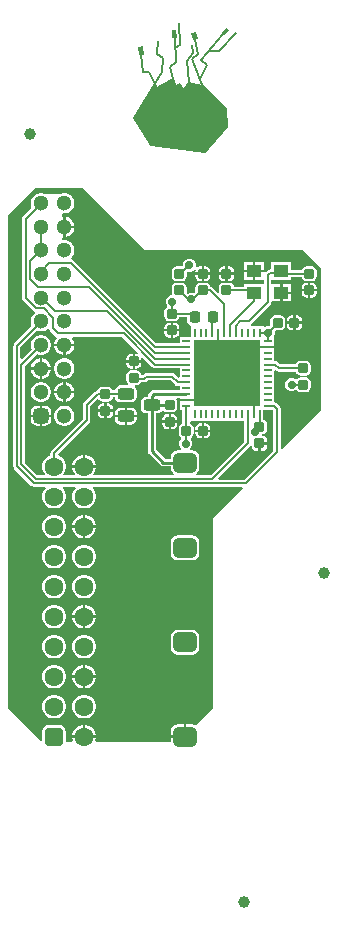
<source format=gtl>
G04*
G04 #@! TF.GenerationSoftware,Altium Limited,Altium Designer,23.3.1 (30)*
G04*
G04 Layer_Physical_Order=1*
G04 Layer_Color=255*
%FSLAX44Y44*%
%MOMM*%
G71*
G04*
G04 #@! TF.SameCoordinates,2179DA4C-5F9F-4515-A9C7-B5EE9FB9D995*
G04*
G04*
G04 #@! TF.FilePolarity,Positive*
G04*
G01*
G75*
%ADD10C,0.2500*%
%ADD11C,0.2000*%
%ADD13C,0.1656*%
%ADD17R,0.7000X0.2490*%
%ADD18R,0.2490X0.7000*%
G04:AMPARAMS|DCode=19|XSize=1mm|YSize=1.4mm|CornerRadius=0.25mm|HoleSize=0mm|Usage=FLASHONLY|Rotation=270.000|XOffset=0mm|YOffset=0mm|HoleType=Round|Shape=RoundedRectangle|*
%AMROUNDEDRECTD19*
21,1,1.0000,0.9000,0,0,270.0*
21,1,0.5000,1.4000,0,0,270.0*
1,1,0.5000,-0.4500,-0.2500*
1,1,0.5000,-0.4500,0.2500*
1,1,0.5000,0.4500,0.2500*
1,1,0.5000,0.4500,-0.2500*
%
%ADD19ROUNDEDRECTD19*%
G04:AMPARAMS|DCode=20|XSize=0.85mm|YSize=0.85mm|CornerRadius=0.2125mm|HoleSize=0mm|Usage=FLASHONLY|Rotation=0.000|XOffset=0mm|YOffset=0mm|HoleType=Round|Shape=RoundedRectangle|*
%AMROUNDEDRECTD20*
21,1,0.8500,0.4250,0,0,0.0*
21,1,0.4250,0.8500,0,0,0.0*
1,1,0.4250,0.2125,-0.2125*
1,1,0.4250,-0.2125,-0.2125*
1,1,0.4250,-0.2125,0.2125*
1,1,0.4250,0.2125,0.2125*
%
%ADD20ROUNDEDRECTD20*%
G04:AMPARAMS|DCode=21|XSize=0.9mm|YSize=0.97mm|CornerRadius=0.225mm|HoleSize=0mm|Usage=FLASHONLY|Rotation=180.000|XOffset=0mm|YOffset=0mm|HoleType=Round|Shape=RoundedRectangle|*
%AMROUNDEDRECTD21*
21,1,0.9000,0.5200,0,0,180.0*
21,1,0.4500,0.9700,0,0,180.0*
1,1,0.4500,-0.2250,0.2600*
1,1,0.4500,0.2250,0.2600*
1,1,0.4500,0.2250,-0.2600*
1,1,0.4500,-0.2250,-0.2600*
%
%ADD21ROUNDEDRECTD21*%
G04:AMPARAMS|DCode=22|XSize=0.85mm|YSize=0.85mm|CornerRadius=0.2125mm|HoleSize=0mm|Usage=FLASHONLY|Rotation=270.000|XOffset=0mm|YOffset=0mm|HoleType=Round|Shape=RoundedRectangle|*
%AMROUNDEDRECTD22*
21,1,0.8500,0.4250,0,0,270.0*
21,1,0.4250,0.8500,0,0,270.0*
1,1,0.4250,-0.2125,-0.2125*
1,1,0.4250,-0.2125,0.2125*
1,1,0.4250,0.2125,0.2125*
1,1,0.4250,0.2125,-0.2125*
%
%ADD22ROUNDEDRECTD22*%
%ADD23R,1.3000X1.0500*%
%ADD39C,1.0000*%
%ADD40R,5.6000X5.6000*%
G04:AMPARAMS|DCode=41|XSize=1.7mm|YSize=2mm|CornerRadius=0.425mm|HoleSize=0mm|Usage=FLASHONLY|Rotation=90.000|XOffset=0mm|YOffset=0mm|HoleType=Round|Shape=RoundedRectangle|*
%AMROUNDEDRECTD41*
21,1,1.7000,1.1500,0,0,90.0*
21,1,0.8500,2.0000,0,0,90.0*
1,1,0.8500,0.5750,0.4250*
1,1,0.8500,0.5750,-0.4250*
1,1,0.8500,-0.5750,-0.4250*
1,1,0.8500,-0.5750,0.4250*
%
%ADD41ROUNDEDRECTD41*%
%ADD42C,1.3000*%
G04:AMPARAMS|DCode=43|XSize=1.3mm|YSize=1.3mm|CornerRadius=0.325mm|HoleSize=0mm|Usage=FLASHONLY|Rotation=90.000|XOffset=0mm|YOffset=0mm|HoleType=Round|Shape=RoundedRectangle|*
%AMROUNDEDRECTD43*
21,1,1.3000,0.6500,0,0,90.0*
21,1,0.6500,1.3000,0,0,90.0*
1,1,0.6500,0.3250,0.3250*
1,1,0.6500,0.3250,-0.3250*
1,1,0.6500,-0.3250,-0.3250*
1,1,0.6500,-0.3250,0.3250*
%
%ADD43ROUNDEDRECTD43*%
%ADD44C,1.6000*%
G04:AMPARAMS|DCode=45|XSize=1.6mm|YSize=1.6mm|CornerRadius=0.4mm|HoleSize=0mm|Usage=FLASHONLY|Rotation=90.000|XOffset=0mm|YOffset=0mm|HoleType=Round|Shape=RoundedRectangle|*
%AMROUNDEDRECTD45*
21,1,1.6000,0.8000,0,0,90.0*
21,1,0.8000,1.6000,0,0,90.0*
1,1,0.8000,0.4000,0.4000*
1,1,0.8000,0.4000,-0.4000*
1,1,0.8000,-0.4000,-0.4000*
1,1,0.8000,-0.4000,0.4000*
%
%ADD45ROUNDEDRECTD45*%
%ADD46C,0.6000*%
%ADD47C,0.7000*%
G36*
X197131Y758185D02*
X193391Y753806D01*
X190851Y755976D01*
X194591Y760354D01*
X197131Y758185D01*
D02*
G37*
G36*
X152924Y751717D02*
X149258Y751458D01*
X148784Y758153D01*
X152451Y758412D01*
X152924Y751717D01*
D02*
G37*
G36*
X170807Y750613D02*
X166521Y749637D01*
X165139Y755704D01*
X169424Y756680D01*
X170807Y750613D01*
D02*
G37*
G36*
X125324Y737272D02*
X121104Y736678D01*
X120075Y743991D01*
X124295Y744585D01*
X125324Y737272D01*
D02*
G37*
G36*
X152066Y710088D02*
X154721Y712109D01*
X158936Y707202D01*
X162920Y714014D01*
X174553Y711676D01*
X194905Y691065D01*
X195771Y675996D01*
X176621Y655304D01*
X130819Y660841D01*
X117049Y683963D01*
X134471Y712805D01*
X136477Y708876D01*
X149641Y716497D01*
X152066Y710088D01*
D02*
G37*
G36*
X126000Y572000D02*
X260000D01*
X275000Y557000D01*
Y436500D01*
X241982Y403482D01*
X240809Y403968D01*
Y437750D01*
X240576Y438921D01*
X239913Y439913D01*
X237663Y442163D01*
X236670Y442826D01*
X235500Y443059D01*
Y456755D01*
Y469765D01*
X236673Y470251D01*
X237087Y469837D01*
X237087Y469837D01*
X238079Y469174D01*
X239250Y468941D01*
X239250Y468941D01*
X253855D01*
X253989Y468265D01*
X254901Y466901D01*
X256266Y465989D01*
X257875Y465669D01*
X262125D01*
X263734Y465989D01*
X265099Y466901D01*
X266011Y468265D01*
X266331Y469875D01*
Y474125D01*
X266011Y475734D01*
X265099Y477099D01*
X263734Y478011D01*
X262125Y478331D01*
X257875D01*
X256266Y478011D01*
X254901Y477099D01*
X253989Y475734D01*
X253855Y475059D01*
X240517D01*
X238413Y477163D01*
X237421Y477826D01*
X236250Y478059D01*
X235500Y478969D01*
Y486755D01*
Y489000D01*
X230000D01*
Y491000D01*
X235500D01*
Y498245D01*
X235500D01*
X235174Y499515D01*
X235750Y500906D01*
Y503094D01*
X235690Y503239D01*
X236620Y504169D01*
X240625D01*
X242234Y504489D01*
X243599Y505401D01*
X244511Y506766D01*
X244831Y508375D01*
Y512625D01*
X244511Y514235D01*
X243599Y515599D01*
X242234Y516511D01*
X240625Y516831D01*
X236375D01*
X234765Y516511D01*
X233401Y515599D01*
X232489Y514235D01*
X232169Y512625D01*
Y508375D01*
X232170Y508371D01*
X231299Y507500D01*
X229156D01*
X227515Y506820D01*
X226245Y507433D01*
Y507500D01*
X216117D01*
X215923Y507742D01*
X216024Y509337D01*
X232163Y525476D01*
X232163Y525476D01*
X232826Y526468D01*
X233059Y527639D01*
X233895Y528500D01*
X240500D01*
Y535750D01*
Y543000D01*
X233059D01*
Y547000D01*
X250000D01*
Y548941D01*
X258855D01*
X258989Y548265D01*
X259901Y546901D01*
X261266Y545989D01*
X262875Y545669D01*
X267125D01*
X268734Y545989D01*
X270099Y546901D01*
X271011Y548265D01*
X271331Y549875D01*
Y554125D01*
X271011Y555734D01*
X270099Y557099D01*
X268734Y558011D01*
X267125Y558331D01*
X262875D01*
X261266Y558011D01*
X259901Y557099D01*
X258989Y555734D01*
X258855Y555059D01*
X250000D01*
Y561500D01*
X233000D01*
Y555559D01*
X232000D01*
X230830Y555326D01*
X229837Y554663D01*
X228270Y553096D01*
X227898Y553250D01*
X219500D01*
Y547000D01*
X226941D01*
Y543000D01*
X210000D01*
Y541059D01*
X201145D01*
X201011Y541735D01*
X200099Y543099D01*
X198734Y544011D01*
X197125Y544331D01*
X192875D01*
X191266Y544011D01*
X189901Y543099D01*
X188989Y541735D01*
X188669Y540125D01*
Y536453D01*
X187399Y535927D01*
X183241Y540084D01*
X182249Y540747D01*
X181164Y540963D01*
X181011Y541735D01*
X180099Y543099D01*
X178734Y544011D01*
X177125Y544331D01*
X172875D01*
X171266Y544011D01*
X169901Y543099D01*
X168989Y541735D01*
X168669Y540125D01*
Y536604D01*
X167278Y535213D01*
X166344Y535600D01*
X164156D01*
X162437Y534888D01*
X161331Y535995D01*
Y540125D01*
X161011Y541735D01*
X160099Y543099D01*
X158735Y544011D01*
X157125Y544331D01*
X152875D01*
X151265Y544011D01*
X149901Y543099D01*
X148989Y541735D01*
X148669Y540125D01*
Y535875D01*
X148839Y535020D01*
X148186Y533805D01*
X147915Y533650D01*
X146135Y532913D01*
X144587Y531366D01*
X143750Y529344D01*
Y527156D01*
X144587Y525135D01*
X144596Y525112D01*
X144356Y523570D01*
X143651Y523099D01*
X142739Y521735D01*
X142419Y520125D01*
Y515875D01*
X142739Y514266D01*
X143651Y512901D01*
X145015Y511989D01*
X146625Y511669D01*
X150875D01*
X152485Y511989D01*
X153849Y512901D01*
X154761Y514266D01*
X154895Y514941D01*
X161334D01*
Y512550D01*
X161663Y510892D01*
X162603Y509486D01*
X164009Y508547D01*
X164148Y508519D01*
X164755Y507500D01*
Y498245D01*
X155500D01*
Y493059D01*
X135517D01*
X65763Y562813D01*
X65534Y562966D01*
X63335Y565164D01*
X64602Y566431D01*
X65721Y568369D01*
X66300Y570531D01*
Y572769D01*
X65721Y574931D01*
X64602Y576869D01*
X63019Y578452D01*
X61081Y579571D01*
X58919Y580150D01*
X56681D01*
X55750Y580864D01*
Y582436D01*
X56681Y583150D01*
X56800D01*
Y591650D01*
Y600150D01*
X56681D01*
X55750Y600864D01*
Y602436D01*
X56681Y603150D01*
X58919D01*
X61081Y603729D01*
X63019Y604848D01*
X64602Y606431D01*
X65721Y608369D01*
X66300Y610531D01*
Y612769D01*
X65721Y614931D01*
X64602Y616869D01*
X63019Y618452D01*
X61081Y619571D01*
X58919Y620150D01*
X56681D01*
X54519Y619571D01*
X41081D01*
X38919Y620150D01*
X36681D01*
X34519Y619571D01*
X32581Y618452D01*
X30998Y616869D01*
X29879Y614931D01*
X29300Y612769D01*
Y610531D01*
X29879Y608369D01*
X30214Y607790D01*
X22837Y600413D01*
X22174Y599421D01*
X21941Y598250D01*
X21941Y598250D01*
Y531500D01*
X21941Y531500D01*
X22174Y530330D01*
X22837Y529337D01*
X31687Y520487D01*
X31687Y520487D01*
X32558Y519905D01*
X32691Y519275D01*
X32706Y518524D01*
X32581Y518452D01*
X30998Y516869D01*
X29879Y514931D01*
X29300Y512769D01*
Y510531D01*
X29879Y508369D01*
X30214Y507790D01*
X15337Y492913D01*
X14674Y491921D01*
X14441Y490750D01*
X14441Y490750D01*
Y400301D01*
Y389050D01*
X14441Y389050D01*
X14674Y387880D01*
X15337Y386887D01*
X29787Y372437D01*
X29787Y372437D01*
X30780Y371774D01*
X31950Y371541D01*
X41403D01*
X41929Y370271D01*
X40998Y369340D01*
X39681Y367060D01*
X39000Y364516D01*
Y361884D01*
X39681Y359340D01*
X40998Y357060D01*
X42860Y355198D01*
X45140Y353881D01*
X47684Y353200D01*
X50317D01*
X52860Y353881D01*
X55140Y355198D01*
X57002Y357060D01*
X58319Y359340D01*
X59000Y361884D01*
Y364516D01*
X58319Y367060D01*
X57002Y369340D01*
X56071Y370271D01*
X56597Y371541D01*
X66803D01*
X67329Y370271D01*
X66398Y369340D01*
X65082Y367060D01*
X64400Y364516D01*
Y361884D01*
X65082Y359340D01*
X66398Y357060D01*
X68260Y355198D01*
X70540Y353881D01*
X73084Y353200D01*
X75717D01*
X78260Y353881D01*
X80540Y355198D01*
X82402Y357060D01*
X83719Y359340D01*
X84400Y361884D01*
Y364516D01*
X83719Y367060D01*
X82402Y369340D01*
X81471Y370271D01*
X81997Y371541D01*
X208382D01*
X208868Y370368D01*
X183250Y344750D01*
Y183750D01*
X169057Y169557D01*
X168189Y170137D01*
X165750Y170622D01*
X161000D01*
Y160000D01*
X160000D01*
Y159000D01*
X147878D01*
Y155750D01*
X84898D01*
X83954Y157020D01*
X84400Y158684D01*
Y159000D01*
X74400D01*
X64400D01*
Y158684D01*
X64846Y157020D01*
X63902Y155750D01*
X59323D01*
X59117Y156000D01*
Y164000D01*
X58652Y166341D01*
X57326Y168326D01*
X55341Y169652D01*
X53000Y170117D01*
X45000D01*
X42659Y169652D01*
X40674Y168326D01*
X39348Y166341D01*
X38883Y164000D01*
Y156664D01*
X37613Y156138D01*
X10049Y183701D01*
Y601799D01*
X32750Y624500D01*
X73500D01*
X126000Y572000D01*
D02*
G37*
G36*
X44033Y505550D02*
X45078Y505112D01*
X45224Y504380D01*
X45887Y503387D01*
X50137Y499137D01*
X50137Y499137D01*
X50936Y498603D01*
X51217Y497696D01*
X51279Y497150D01*
X50998Y496869D01*
X49879Y494931D01*
X49300Y492769D01*
Y492650D01*
X57800D01*
X66300D01*
Y492769D01*
X65721Y494931D01*
X64602Y496869D01*
X64403Y497068D01*
X64889Y498241D01*
X106834D01*
X120034Y485041D01*
X119408Y483871D01*
X118591Y484033D01*
X117466D01*
Y478702D01*
X122797D01*
Y479827D01*
X122634Y480644D01*
X123805Y481270D01*
X132238Y472837D01*
X133230Y472174D01*
X134401Y471941D01*
X155500D01*
Y464372D01*
X154230Y463846D01*
X151163Y466913D01*
X150170Y467576D01*
X149000Y467809D01*
X149000Y467809D01*
X127000D01*
X127000Y467809D01*
X125829Y467576D01*
X124837Y466913D01*
X124016Y466092D01*
X122744D01*
X122477Y467437D01*
X121565Y468801D01*
X120201Y469713D01*
X118591Y470033D01*
X114341D01*
X112732Y469713D01*
X111367Y468801D01*
X110456Y467437D01*
X110135Y465827D01*
Y461577D01*
X110456Y459968D01*
X111367Y458603D01*
X110975Y457338D01*
X105250D01*
X103494Y456989D01*
X102006Y455994D01*
X101011Y454506D01*
X100773Y453309D01*
X98595D01*
X98511Y453735D01*
X97599Y455099D01*
X96235Y456011D01*
X94625Y456331D01*
X90375D01*
X88765Y456011D01*
X87401Y455099D01*
X86489Y453735D01*
X86355Y453059D01*
X86000D01*
X84829Y452826D01*
X83837Y452163D01*
X83837Y452163D01*
X74587Y442913D01*
X73924Y441921D01*
X73691Y440750D01*
X73691Y440750D01*
Y429017D01*
X46837Y402163D01*
X46174Y401171D01*
X45941Y400000D01*
X45941Y400000D01*
Y398133D01*
X45140Y397919D01*
X42860Y396602D01*
X40998Y394740D01*
X39681Y392460D01*
X39000Y389916D01*
Y387284D01*
X39681Y384740D01*
X40998Y382460D01*
X41126Y382332D01*
X40640Y381159D01*
X34667D01*
X24059Y391767D01*
Y473583D01*
X34320Y483844D01*
X34519Y483729D01*
X36681Y483150D01*
X38919D01*
X41081Y483729D01*
X43019Y484848D01*
X44602Y486431D01*
X45721Y488369D01*
X46300Y490531D01*
Y492769D01*
X45721Y494931D01*
X44602Y496869D01*
X43019Y498452D01*
X41081Y499571D01*
X38919Y500150D01*
X36681D01*
X34519Y499571D01*
X32581Y498452D01*
X30998Y496869D01*
X29879Y494931D01*
X29300Y492769D01*
Y490531D01*
X29879Y488369D01*
X29994Y488170D01*
X21732Y479908D01*
X20559Y480394D01*
Y489483D01*
X34745Y503669D01*
X36681Y503150D01*
X38919D01*
X41081Y503729D01*
X43019Y504848D01*
X43721Y505550D01*
X44033Y505550D01*
D02*
G37*
G36*
X151587Y457837D02*
X151587Y457837D01*
X152579Y457174D01*
X153750Y456941D01*
X153750Y456941D01*
X155500D01*
Y453314D01*
X133215D01*
X131946Y453061D01*
X130871Y452343D01*
X129407Y450879D01*
X128689Y449804D01*
X128436Y448536D01*
Y447838D01*
X127250D01*
X125494Y447489D01*
X124006Y446494D01*
X123011Y445006D01*
X122662Y443250D01*
Y438250D01*
X123011Y436494D01*
X124006Y435006D01*
X125494Y434011D01*
X127250Y433662D01*
X128436D01*
Y401750D01*
X128689Y400482D01*
X129407Y399407D01*
X139157Y389657D01*
X140232Y388939D01*
X141500Y388686D01*
X147878D01*
Y387750D01*
X148363Y385311D01*
X149744Y383244D01*
X150964Y382429D01*
X150579Y381159D01*
X82760D01*
X82274Y382332D01*
X82402Y382460D01*
X83719Y384740D01*
X84400Y387284D01*
Y387600D01*
X74400D01*
X64400D01*
Y387284D01*
X65082Y384740D01*
X66398Y382460D01*
X66526Y382332D01*
X66040Y381159D01*
X57360D01*
X56874Y382332D01*
X57002Y382460D01*
X58319Y384740D01*
X59000Y387284D01*
Y389916D01*
X58319Y392460D01*
X57002Y394740D01*
X55140Y396602D01*
X52974Y397852D01*
X52833Y398072D01*
X52623Y399297D01*
X78913Y425587D01*
X78913Y425587D01*
X79576Y426580D01*
X79809Y427750D01*
X79809Y427750D01*
Y439483D01*
X85822Y445497D01*
X87086Y445372D01*
X87401Y444901D01*
X88765Y443989D01*
X90375Y443669D01*
X94625D01*
X96235Y443989D01*
X97599Y444901D01*
X98511Y446265D01*
X98695Y447191D01*
X100773D01*
X101011Y445994D01*
X102006Y444506D01*
X103494Y443511D01*
X105250Y443162D01*
X114250D01*
X116006Y443511D01*
X117494Y444506D01*
X118489Y445994D01*
X118838Y447750D01*
Y452750D01*
X118489Y454506D01*
X117494Y455994D01*
X117334Y456101D01*
X117719Y457371D01*
X118591D01*
X120201Y457692D01*
X121565Y458603D01*
X122477Y459968D01*
X122478Y459974D01*
X125283D01*
X125283Y459974D01*
X126454Y460207D01*
X127446Y460870D01*
X128267Y461691D01*
X147733D01*
X151587Y457837D01*
D02*
G37*
G36*
X155500Y446000D02*
X161000D01*
Y444000D01*
X155500D01*
Y436755D01*
X157691D01*
Y425095D01*
X157266Y425011D01*
X155901Y424099D01*
X154989Y422734D01*
X154669Y421125D01*
Y416875D01*
X154989Y415266D01*
X155901Y413901D01*
X156456Y413530D01*
X156639Y411917D01*
X155837Y411115D01*
X155000Y409094D01*
Y406906D01*
X155837Y404884D01*
X156829Y403892D01*
X156303Y402622D01*
X154250D01*
X151811Y402137D01*
X149744Y400756D01*
X148363Y398689D01*
X147878Y396250D01*
Y395314D01*
X142873D01*
X135064Y403122D01*
Y433662D01*
X136250D01*
X138006Y434011D01*
X139494Y435006D01*
X140150Y435986D01*
X141572Y436091D01*
X141619Y436073D01*
X141901Y435651D01*
X143265Y434739D01*
X144875Y434419D01*
X149125D01*
X150735Y434739D01*
X152099Y435651D01*
X153011Y437015D01*
X153331Y438625D01*
Y442875D01*
X153011Y444484D01*
X152388Y445416D01*
X152958Y446686D01*
X155500D01*
Y446000D01*
D02*
G37*
G36*
X234691Y436483D02*
Y402017D01*
X210333Y377659D01*
X188394D01*
X187908Y378832D01*
X215163Y406087D01*
X215163Y406087D01*
X215340Y406353D01*
X216422Y406109D01*
X216625Y405990D01*
X216931Y404457D01*
X217842Y403092D01*
X219207Y402180D01*
X220816Y401860D01*
X221941D01*
Y408191D01*
X222941D01*
Y409191D01*
X229272D01*
Y410316D01*
X228952Y411926D01*
X228040Y413290D01*
X226676Y414202D01*
X225924Y414351D01*
X225700Y414530D01*
X225235Y415752D01*
X225347Y415916D01*
X226676Y416180D01*
X228040Y417092D01*
X228952Y418457D01*
X229272Y420066D01*
Y424316D01*
X228952Y425926D01*
X228040Y427290D01*
X226676Y428202D01*
X226245Y428288D01*
Y436755D01*
X234419D01*
X234691Y436483D01*
D02*
G37*
G36*
X209941Y409517D02*
X181583Y381159D01*
X169421D01*
X169036Y382429D01*
X170256Y383244D01*
X171637Y385311D01*
X172122Y387750D01*
Y396250D01*
X171637Y398689D01*
X170256Y400756D01*
X168189Y402137D01*
X165750Y402622D01*
X164697D01*
X164171Y403892D01*
X165163Y404884D01*
X166000Y406906D01*
Y409094D01*
X165163Y411115D01*
X164609Y411669D01*
X164658Y412184D01*
X164944Y413130D01*
X166099Y413901D01*
X167011Y415266D01*
X167331Y416875D01*
Y421125D01*
X167011Y422734D01*
X166099Y424099D01*
X164734Y425011D01*
X163809Y425195D01*
Y426718D01*
X164755Y427500D01*
X209941D01*
Y409517D01*
D02*
G37*
%LPC*%
G36*
X58919Y600150D02*
X58800D01*
Y592650D01*
X66300D01*
Y592769D01*
X65721Y594931D01*
X64602Y596869D01*
X63019Y598452D01*
X61081Y599571D01*
X58919Y600150D01*
D02*
G37*
G36*
X66300Y590650D02*
X58800D01*
Y583150D01*
X58919D01*
X61081Y583729D01*
X63019Y584848D01*
X64602Y586431D01*
X65721Y588369D01*
X66300Y590531D01*
Y590650D01*
D02*
G37*
G36*
X227000Y561500D02*
X219500D01*
Y555250D01*
X227000D01*
Y561500D01*
D02*
G37*
G36*
X217500D02*
X210000D01*
Y555250D01*
X217500D01*
Y561500D01*
D02*
G37*
G36*
X197125Y558331D02*
X196000D01*
Y553000D01*
X201331D01*
Y554125D01*
X201011Y555734D01*
X200099Y557099D01*
X198734Y558011D01*
X197125Y558331D01*
D02*
G37*
G36*
X177125D02*
X176000D01*
Y553000D01*
X181331D01*
Y554125D01*
X181011Y555734D01*
X180099Y557099D01*
X178734Y558011D01*
X177125Y558331D01*
D02*
G37*
G36*
X164750Y564750D02*
X162562D01*
X160541Y563913D01*
X158993Y562365D01*
X158156Y560344D01*
Y559244D01*
X157125Y558331D01*
X152875D01*
X151265Y558011D01*
X149901Y557099D01*
X148989Y555734D01*
X148669Y554125D01*
Y549875D01*
X148989Y548265D01*
X149901Y546901D01*
X151265Y545989D01*
X152875Y545669D01*
X157125D01*
X158735Y545989D01*
X160099Y546901D01*
X161011Y548265D01*
X161331Y549875D01*
Y552958D01*
X162432Y553804D01*
X162562Y553750D01*
X164750D01*
X166772Y554587D01*
X167639Y555455D01*
X168809Y554829D01*
X168669Y554125D01*
Y553000D01*
X174000D01*
Y558331D01*
X172875D01*
X171266Y558011D01*
X170166Y557276D01*
X169090Y557998D01*
X169156Y558156D01*
Y560344D01*
X168319Y562365D01*
X166772Y563913D01*
X164750Y564750D01*
D02*
G37*
G36*
X194000Y558331D02*
X192875D01*
X191266Y558011D01*
X189901Y557099D01*
X188989Y555734D01*
X188669Y554125D01*
Y553000D01*
X194000D01*
Y558331D01*
D02*
G37*
G36*
X217500Y553250D02*
X210000D01*
Y547000D01*
X217500D01*
Y553250D01*
D02*
G37*
G36*
X201331Y551000D02*
X196000D01*
Y545669D01*
X197125D01*
X198734Y545989D01*
X200099Y546901D01*
X201011Y548265D01*
X201331Y549875D01*
Y551000D01*
D02*
G37*
G36*
X194000D02*
X188669D01*
Y549875D01*
X188989Y548265D01*
X189901Y546901D01*
X191266Y545989D01*
X192875Y545669D01*
X194000D01*
Y551000D01*
D02*
G37*
G36*
X181331D02*
X176000D01*
Y545669D01*
X177125D01*
X178734Y545989D01*
X180099Y546901D01*
X181011Y548265D01*
X181331Y549875D01*
Y551000D01*
D02*
G37*
G36*
X174000D02*
X168669D01*
Y549875D01*
X168989Y548265D01*
X169901Y546901D01*
X171266Y545989D01*
X172875Y545669D01*
X174000D01*
Y551000D01*
D02*
G37*
G36*
X267125Y544331D02*
X266000D01*
Y539000D01*
X271331D01*
Y540125D01*
X271011Y541735D01*
X270099Y543099D01*
X268734Y544011D01*
X267125Y544331D01*
D02*
G37*
G36*
X264000D02*
X262875D01*
X261266Y544011D01*
X259901Y543099D01*
X258989Y541735D01*
X258669Y540125D01*
Y539000D01*
X264000D01*
Y544331D01*
D02*
G37*
G36*
X250000Y543000D02*
X242500D01*
Y536750D01*
X250000D01*
Y543000D01*
D02*
G37*
G36*
X271331Y537000D02*
X266000D01*
Y531669D01*
X267125D01*
X268734Y531989D01*
X270099Y532901D01*
X271011Y534266D01*
X271331Y535875D01*
Y537000D01*
D02*
G37*
G36*
X264000D02*
X258669D01*
Y535875D01*
X258989Y534266D01*
X259901Y532901D01*
X261266Y531989D01*
X262875Y531669D01*
X264000D01*
Y537000D01*
D02*
G37*
G36*
X250000Y534750D02*
X242500D01*
Y528500D01*
X250000D01*
Y534750D01*
D02*
G37*
G36*
X254625Y516831D02*
X253500D01*
Y511500D01*
X258831D01*
Y512625D01*
X258511Y514235D01*
X257599Y515599D01*
X256234Y516511D01*
X254625Y516831D01*
D02*
G37*
G36*
X251500D02*
X250375D01*
X248766Y516511D01*
X247401Y515599D01*
X246489Y514235D01*
X246169Y512625D01*
Y511500D01*
X251500D01*
Y516831D01*
D02*
G37*
G36*
X150875Y510331D02*
X149750D01*
Y505000D01*
X155081D01*
Y506125D01*
X154761Y507734D01*
X153849Y509099D01*
X152485Y510011D01*
X150875Y510331D01*
D02*
G37*
G36*
X147750D02*
X146625D01*
X145015Y510011D01*
X143651Y509099D01*
X142739Y507734D01*
X142419Y506125D01*
Y505000D01*
X147750D01*
Y510331D01*
D02*
G37*
G36*
X258831Y509500D02*
X253500D01*
Y504169D01*
X254625D01*
X256234Y504489D01*
X257599Y505401D01*
X258511Y506766D01*
X258831Y508375D01*
Y509500D01*
D02*
G37*
G36*
X251500D02*
X246169D01*
Y508375D01*
X246489Y506766D01*
X247401Y505401D01*
X248766Y504489D01*
X250375Y504169D01*
X251500D01*
Y509500D01*
D02*
G37*
G36*
X155081Y503000D02*
X149750D01*
Y497669D01*
X150875D01*
X152485Y497989D01*
X153849Y498901D01*
X154761Y500266D01*
X155081Y501875D01*
Y503000D01*
D02*
G37*
G36*
X147750D02*
X142419D01*
Y501875D01*
X142739Y500266D01*
X143651Y498901D01*
X145015Y497989D01*
X146625Y497669D01*
X147750D01*
Y503000D01*
D02*
G37*
G36*
X262125Y464331D02*
X257875D01*
X256266Y464011D01*
X254901Y463099D01*
X254518Y462526D01*
X253365Y462413D01*
X251344Y463250D01*
X249156D01*
X247134Y462413D01*
X245587Y460866D01*
X244750Y458844D01*
Y456656D01*
X245587Y454635D01*
X247134Y453087D01*
X249156Y452250D01*
X251344D01*
X253365Y453087D01*
X253503Y453225D01*
X254767Y453101D01*
X254901Y452901D01*
X256266Y451989D01*
X257875Y451669D01*
X262125D01*
X263734Y451989D01*
X265099Y452901D01*
X266011Y454266D01*
X266331Y455875D01*
Y460125D01*
X266011Y461735D01*
X265099Y463099D01*
X263734Y464011D01*
X262125Y464331D01*
D02*
G37*
G36*
X75717Y347800D02*
X75400D01*
Y338800D01*
X84400D01*
Y339117D01*
X83719Y341660D01*
X82402Y343940D01*
X80540Y345802D01*
X78260Y347118D01*
X75717Y347800D01*
D02*
G37*
G36*
X73400D02*
X73084D01*
X70540Y347118D01*
X68260Y345802D01*
X66398Y343940D01*
X65082Y341660D01*
X64400Y339117D01*
Y338800D01*
X73400D01*
Y347800D01*
D02*
G37*
G36*
X84400Y336800D02*
X75400D01*
Y327800D01*
X75717D01*
X78260Y328481D01*
X80540Y329798D01*
X82402Y331660D01*
X83719Y333940D01*
X84400Y336483D01*
Y336800D01*
D02*
G37*
G36*
X73400D02*
X64400D01*
Y336483D01*
X65082Y333940D01*
X66398Y331660D01*
X68260Y329798D01*
X70540Y328481D01*
X73084Y327800D01*
X73400D01*
Y336800D01*
D02*
G37*
G36*
X50317Y347800D02*
X47684D01*
X45140Y347118D01*
X42860Y345802D01*
X40998Y343940D01*
X39681Y341660D01*
X39000Y339117D01*
Y336483D01*
X39681Y333940D01*
X40998Y331660D01*
X42860Y329798D01*
X45140Y328481D01*
X47684Y327800D01*
X50317D01*
X52860Y328481D01*
X55140Y329798D01*
X57002Y331660D01*
X58319Y333940D01*
X59000Y336483D01*
Y339117D01*
X58319Y341660D01*
X57002Y343940D01*
X55140Y345802D01*
X52860Y347118D01*
X50317Y347800D01*
D02*
G37*
G36*
X165750Y330622D02*
X154250D01*
X151811Y330137D01*
X149744Y328756D01*
X148363Y326689D01*
X147878Y324250D01*
Y315750D01*
X148363Y313311D01*
X149744Y311244D01*
X151811Y309863D01*
X154250Y309378D01*
X165750D01*
X168189Y309863D01*
X170256Y311244D01*
X171637Y313311D01*
X172122Y315750D01*
Y324250D01*
X171637Y326689D01*
X170256Y328756D01*
X168189Y330137D01*
X165750Y330622D01*
D02*
G37*
G36*
X75717Y322400D02*
X73084D01*
X70540Y321718D01*
X68260Y320402D01*
X66398Y318540D01*
X65082Y316260D01*
X64400Y313717D01*
Y311084D01*
X65082Y308540D01*
X66398Y306260D01*
X68260Y304398D01*
X70540Y303081D01*
X73084Y302400D01*
X75717D01*
X78260Y303081D01*
X80540Y304398D01*
X82402Y306260D01*
X83719Y308540D01*
X84400Y311084D01*
Y313717D01*
X83719Y316260D01*
X82402Y318540D01*
X80540Y320402D01*
X78260Y321718D01*
X75717Y322400D01*
D02*
G37*
G36*
X50317D02*
X47684D01*
X45140Y321718D01*
X42860Y320402D01*
X40998Y318540D01*
X39681Y316260D01*
X39000Y313717D01*
Y311084D01*
X39681Y308540D01*
X40998Y306260D01*
X42860Y304398D01*
X45140Y303081D01*
X47684Y302400D01*
X50317D01*
X52860Y303081D01*
X55140Y304398D01*
X57002Y306260D01*
X58319Y308540D01*
X59000Y311084D01*
Y313717D01*
X58319Y316260D01*
X57002Y318540D01*
X55140Y320402D01*
X52860Y321718D01*
X50317Y322400D01*
D02*
G37*
G36*
X75717Y297000D02*
X73084D01*
X70540Y296318D01*
X68260Y295002D01*
X66398Y293140D01*
X65082Y290860D01*
X64400Y288316D01*
Y285683D01*
X65082Y283140D01*
X66398Y280860D01*
X68260Y278998D01*
X70540Y277682D01*
X73084Y277000D01*
X75717D01*
X78260Y277682D01*
X80540Y278998D01*
X82402Y280860D01*
X83719Y283140D01*
X84400Y285683D01*
Y288316D01*
X83719Y290860D01*
X82402Y293140D01*
X80540Y295002D01*
X78260Y296318D01*
X75717Y297000D01*
D02*
G37*
G36*
X50317D02*
X47684D01*
X45140Y296318D01*
X42860Y295002D01*
X40998Y293140D01*
X39681Y290860D01*
X39000Y288316D01*
Y285683D01*
X39681Y283140D01*
X40998Y280860D01*
X42860Y278998D01*
X45140Y277682D01*
X47684Y277000D01*
X50317D01*
X52860Y277682D01*
X55140Y278998D01*
X57002Y280860D01*
X58319Y283140D01*
X59000Y285683D01*
Y288316D01*
X58319Y290860D01*
X57002Y293140D01*
X55140Y295002D01*
X52860Y296318D01*
X50317Y297000D01*
D02*
G37*
G36*
X75717Y271600D02*
X75400D01*
Y262600D01*
X84400D01*
Y262917D01*
X83719Y265460D01*
X82402Y267740D01*
X80540Y269602D01*
X78260Y270919D01*
X75717Y271600D01*
D02*
G37*
G36*
X73400D02*
X73084D01*
X70540Y270919D01*
X68260Y269602D01*
X66398Y267740D01*
X65082Y265460D01*
X64400Y262917D01*
Y262600D01*
X73400D01*
Y271600D01*
D02*
G37*
G36*
X84400Y260600D02*
X75400D01*
Y251600D01*
X75717D01*
X78260Y252281D01*
X80540Y253598D01*
X82402Y255460D01*
X83719Y257740D01*
X84400Y260284D01*
Y260600D01*
D02*
G37*
G36*
X73400D02*
X64400D01*
Y260284D01*
X65082Y257740D01*
X66398Y255460D01*
X68260Y253598D01*
X70540Y252281D01*
X73084Y251600D01*
X73400D01*
Y260600D01*
D02*
G37*
G36*
X50317Y271600D02*
X47684D01*
X45140Y270919D01*
X42860Y269602D01*
X40998Y267740D01*
X39681Y265460D01*
X39000Y262917D01*
Y260284D01*
X39681Y257740D01*
X40998Y255460D01*
X42860Y253598D01*
X45140Y252281D01*
X47684Y251600D01*
X50317D01*
X52860Y252281D01*
X55140Y253598D01*
X57002Y255460D01*
X58319Y257740D01*
X59000Y260284D01*
Y262917D01*
X58319Y265460D01*
X57002Y267740D01*
X55140Y269602D01*
X52860Y270919D01*
X50317Y271600D01*
D02*
G37*
G36*
X165750Y250622D02*
X154250D01*
X151811Y250137D01*
X149744Y248756D01*
X148363Y246689D01*
X147878Y244250D01*
Y235750D01*
X148363Y233311D01*
X149744Y231244D01*
X151811Y229863D01*
X154250Y229378D01*
X165750D01*
X168189Y229863D01*
X170256Y231244D01*
X171637Y233311D01*
X172122Y235750D01*
Y244250D01*
X171637Y246689D01*
X170256Y248756D01*
X168189Y250137D01*
X165750Y250622D01*
D02*
G37*
G36*
X75717Y246200D02*
X73084D01*
X70540Y245518D01*
X68260Y244202D01*
X66398Y242340D01*
X65082Y240060D01*
X64400Y237516D01*
Y234883D01*
X65082Y232340D01*
X66398Y230060D01*
X68260Y228198D01*
X70540Y226882D01*
X73084Y226200D01*
X75717D01*
X78260Y226882D01*
X80540Y228198D01*
X82402Y230060D01*
X83719Y232340D01*
X84400Y234883D01*
Y237516D01*
X83719Y240060D01*
X82402Y242340D01*
X80540Y244202D01*
X78260Y245518D01*
X75717Y246200D01*
D02*
G37*
G36*
X50317D02*
X47684D01*
X45140Y245518D01*
X42860Y244202D01*
X40998Y242340D01*
X39681Y240060D01*
X39000Y237516D01*
Y234883D01*
X39681Y232340D01*
X40998Y230060D01*
X42860Y228198D01*
X45140Y226882D01*
X47684Y226200D01*
X50317D01*
X52860Y226882D01*
X55140Y228198D01*
X57002Y230060D01*
X58319Y232340D01*
X59000Y234883D01*
Y237516D01*
X58319Y240060D01*
X57002Y242340D01*
X55140Y244202D01*
X52860Y245518D01*
X50317Y246200D01*
D02*
G37*
G36*
X75717Y220800D02*
X75400D01*
Y211800D01*
X84400D01*
Y212117D01*
X83719Y214660D01*
X82402Y216940D01*
X80540Y218802D01*
X78260Y220119D01*
X75717Y220800D01*
D02*
G37*
G36*
X73400D02*
X73084D01*
X70540Y220119D01*
X68260Y218802D01*
X66398Y216940D01*
X65082Y214660D01*
X64400Y212117D01*
Y211800D01*
X73400D01*
Y220800D01*
D02*
G37*
G36*
X84400Y209800D02*
X75400D01*
Y200800D01*
X75717D01*
X78260Y201481D01*
X80540Y202798D01*
X82402Y204660D01*
X83719Y206940D01*
X84400Y209484D01*
Y209800D01*
D02*
G37*
G36*
X73400D02*
X64400D01*
Y209484D01*
X65082Y206940D01*
X66398Y204660D01*
X68260Y202798D01*
X70540Y201481D01*
X73084Y200800D01*
X73400D01*
Y209800D01*
D02*
G37*
G36*
X50317Y220800D02*
X47684D01*
X45140Y220119D01*
X42860Y218802D01*
X40998Y216940D01*
X39681Y214660D01*
X39000Y212117D01*
Y209484D01*
X39681Y206940D01*
X40998Y204660D01*
X42860Y202798D01*
X45140Y201481D01*
X47684Y200800D01*
X50317D01*
X52860Y201481D01*
X55140Y202798D01*
X57002Y204660D01*
X58319Y206940D01*
X59000Y209484D01*
Y212117D01*
X58319Y214660D01*
X57002Y216940D01*
X55140Y218802D01*
X52860Y220119D01*
X50317Y220800D01*
D02*
G37*
G36*
X75717Y195400D02*
X73084D01*
X70540Y194718D01*
X68260Y193402D01*
X66398Y191540D01*
X65082Y189260D01*
X64400Y186716D01*
Y184083D01*
X65082Y181540D01*
X66398Y179260D01*
X68260Y177398D01*
X70540Y176082D01*
X73084Y175400D01*
X75717D01*
X78260Y176082D01*
X80540Y177398D01*
X82402Y179260D01*
X83719Y181540D01*
X84400Y184083D01*
Y186716D01*
X83719Y189260D01*
X82402Y191540D01*
X80540Y193402D01*
X78260Y194718D01*
X75717Y195400D01*
D02*
G37*
G36*
X50317D02*
X47684D01*
X45140Y194718D01*
X42860Y193402D01*
X40998Y191540D01*
X39681Y189260D01*
X39000Y186716D01*
Y184083D01*
X39681Y181540D01*
X40998Y179260D01*
X42860Y177398D01*
X45140Y176082D01*
X47684Y175400D01*
X50317D01*
X52860Y176082D01*
X55140Y177398D01*
X57002Y179260D01*
X58319Y181540D01*
X59000Y184083D01*
Y186716D01*
X58319Y189260D01*
X57002Y191540D01*
X55140Y193402D01*
X52860Y194718D01*
X50317Y195400D01*
D02*
G37*
G36*
X159000Y170622D02*
X154250D01*
X151811Y170137D01*
X149744Y168756D01*
X148363Y166689D01*
X147878Y164250D01*
Y161000D01*
X159000D01*
Y170622D01*
D02*
G37*
G36*
X75717Y170000D02*
X75400D01*
Y161000D01*
X84400D01*
Y161317D01*
X83719Y163860D01*
X82402Y166140D01*
X80540Y168002D01*
X78260Y169319D01*
X75717Y170000D01*
D02*
G37*
G36*
X73400D02*
X73084D01*
X70540Y169319D01*
X68260Y168002D01*
X66398Y166140D01*
X65082Y163860D01*
X64400Y161317D01*
Y161000D01*
X73400D01*
Y170000D01*
D02*
G37*
G36*
X66300Y490650D02*
X58800D01*
Y483150D01*
X58919D01*
X61081Y483729D01*
X63019Y484848D01*
X64602Y486431D01*
X65721Y488369D01*
X66300Y490531D01*
Y490650D01*
D02*
G37*
G36*
X56800D02*
X49300D01*
Y490531D01*
X49879Y488369D01*
X50998Y486431D01*
X52581Y484848D01*
X54519Y483729D01*
X56681Y483150D01*
X56800D01*
Y490650D01*
D02*
G37*
G36*
X115466Y484033D02*
X114341D01*
X112732Y483713D01*
X111367Y482801D01*
X110456Y481437D01*
X110135Y479827D01*
Y478702D01*
X115466D01*
Y484033D01*
D02*
G37*
G36*
X38919Y480150D02*
X38800D01*
Y472650D01*
X46300D01*
Y472769D01*
X45721Y474931D01*
X44602Y476869D01*
X43019Y478452D01*
X41081Y479571D01*
X38919Y480150D01*
D02*
G37*
G36*
X36800D02*
X36681D01*
X34519Y479571D01*
X32581Y478452D01*
X30998Y476869D01*
X29879Y474931D01*
X29300Y472769D01*
Y472650D01*
X36800D01*
Y480150D01*
D02*
G37*
G36*
X122797Y476702D02*
X117466D01*
Y471371D01*
X118591D01*
X120201Y471692D01*
X121565Y472603D01*
X122477Y473968D01*
X122797Y475577D01*
Y476702D01*
D02*
G37*
G36*
X115466D02*
X110135D01*
Y475577D01*
X110456Y473968D01*
X111367Y472603D01*
X112732Y471692D01*
X114341Y471371D01*
X115466D01*
Y476702D01*
D02*
G37*
G36*
X58919Y480150D02*
X56681D01*
X54519Y479571D01*
X52581Y478452D01*
X50998Y476869D01*
X49879Y474931D01*
X49300Y472769D01*
Y470531D01*
X49879Y468369D01*
X50998Y466431D01*
X52581Y464848D01*
X54519Y463729D01*
X56681Y463150D01*
X58919D01*
X61081Y463729D01*
X63019Y464848D01*
X64602Y466431D01*
X65721Y468369D01*
X66300Y470531D01*
Y472769D01*
X65721Y474931D01*
X64602Y476869D01*
X63019Y478452D01*
X61081Y479571D01*
X58919Y480150D01*
D02*
G37*
G36*
X46300Y470650D02*
X38800D01*
Y463150D01*
X38919D01*
X41081Y463729D01*
X43019Y464848D01*
X44602Y466431D01*
X45721Y468369D01*
X46300Y470531D01*
Y470650D01*
D02*
G37*
G36*
X36800D02*
X29300D01*
Y470531D01*
X29879Y468369D01*
X30998Y466431D01*
X32581Y464848D01*
X34519Y463729D01*
X36681Y463150D01*
X36800D01*
Y470650D01*
D02*
G37*
G36*
X58919Y460150D02*
X58800D01*
Y452650D01*
X66300D01*
Y452769D01*
X65721Y454931D01*
X64602Y456869D01*
X63019Y458452D01*
X61081Y459571D01*
X58919Y460150D01*
D02*
G37*
G36*
X56800D02*
X56681D01*
X54519Y459571D01*
X52581Y458452D01*
X50998Y456869D01*
X49879Y454931D01*
X49300Y452769D01*
Y452650D01*
X56800D01*
Y460150D01*
D02*
G37*
G36*
X66300Y450650D02*
X58800D01*
Y443150D01*
X58919D01*
X61081Y443729D01*
X63019Y444848D01*
X64602Y446431D01*
X65721Y448369D01*
X66300Y450531D01*
Y450650D01*
D02*
G37*
G36*
X56800D02*
X49300D01*
Y450531D01*
X49879Y448369D01*
X50998Y446431D01*
X52581Y444848D01*
X54519Y443729D01*
X56681Y443150D01*
X56800D01*
Y450650D01*
D02*
G37*
G36*
X38919Y460150D02*
X36681D01*
X34519Y459571D01*
X32581Y458452D01*
X30998Y456869D01*
X29879Y454931D01*
X29300Y452769D01*
Y450531D01*
X29879Y448369D01*
X30998Y446431D01*
X32581Y444848D01*
X34519Y443729D01*
X36681Y443150D01*
X38919D01*
X41081Y443729D01*
X43019Y444848D01*
X44602Y446431D01*
X45721Y448369D01*
X46300Y450531D01*
Y452769D01*
X45721Y454931D01*
X44602Y456869D01*
X43019Y458452D01*
X41081Y459571D01*
X38919Y460150D01*
D02*
G37*
G36*
X41050Y440253D02*
X38800D01*
Y432650D01*
X46403D01*
Y434900D01*
X45995Y436948D01*
X44835Y438685D01*
X43098Y439845D01*
X41050Y440253D01*
D02*
G37*
G36*
X36800D02*
X34550D01*
X32502Y439845D01*
X30765Y438685D01*
X29605Y436948D01*
X29197Y434900D01*
Y432650D01*
X36800D01*
Y440253D01*
D02*
G37*
G36*
X58919Y440150D02*
X56681D01*
X54519Y439571D01*
X52581Y438452D01*
X50998Y436869D01*
X49879Y434931D01*
X49300Y432769D01*
Y430531D01*
X49879Y428369D01*
X50998Y426431D01*
X52581Y424848D01*
X54519Y423729D01*
X56681Y423150D01*
X58919D01*
X61081Y423729D01*
X63019Y424848D01*
X64602Y426431D01*
X65721Y428369D01*
X66300Y430531D01*
Y432769D01*
X65721Y434931D01*
X64602Y436869D01*
X63019Y438452D01*
X61081Y439571D01*
X58919Y440150D01*
D02*
G37*
G36*
X46403Y430650D02*
X38800D01*
Y423047D01*
X41050D01*
X43098Y423455D01*
X44835Y424615D01*
X45995Y426352D01*
X46403Y428400D01*
Y430650D01*
D02*
G37*
G36*
X36800D02*
X29197D01*
Y428400D01*
X29605Y426352D01*
X30765Y424615D01*
X32502Y423455D01*
X34550Y423047D01*
X36800D01*
Y430650D01*
D02*
G37*
G36*
X94625Y442331D02*
X93500D01*
Y437000D01*
X98831D01*
Y438125D01*
X98511Y439734D01*
X97599Y441099D01*
X96235Y442011D01*
X94625Y442331D01*
D02*
G37*
G36*
X91500D02*
X90375D01*
X88765Y442011D01*
X87401Y441099D01*
X86489Y439734D01*
X86169Y438125D01*
Y437000D01*
X91500D01*
Y442331D01*
D02*
G37*
G36*
X114250Y438338D02*
X110750D01*
Y432250D01*
X118838D01*
Y433750D01*
X118489Y435506D01*
X117494Y436994D01*
X116006Y437989D01*
X114250Y438338D01*
D02*
G37*
G36*
X108750D02*
X105250D01*
X103494Y437989D01*
X102006Y436994D01*
X101011Y435506D01*
X100662Y433750D01*
Y432250D01*
X108750D01*
Y438338D01*
D02*
G37*
G36*
X98831Y435000D02*
X93500D01*
Y429669D01*
X94625D01*
X96235Y429989D01*
X97599Y430901D01*
X98511Y432266D01*
X98831Y433875D01*
Y435000D01*
D02*
G37*
G36*
X91500D02*
X86169D01*
Y433875D01*
X86489Y432266D01*
X87401Y430901D01*
X88765Y429989D01*
X90375Y429669D01*
X91500D01*
Y435000D01*
D02*
G37*
G36*
X118838Y430250D02*
X110750D01*
Y424162D01*
X114250D01*
X116006Y424511D01*
X117494Y425506D01*
X118489Y426994D01*
X118838Y428750D01*
Y430250D01*
D02*
G37*
G36*
X108750D02*
X100662D01*
Y428750D01*
X101011Y426994D01*
X102006Y425506D01*
X103494Y424511D01*
X105250Y424162D01*
X108750D01*
Y430250D01*
D02*
G37*
G36*
X75717Y398600D02*
X75400D01*
Y389600D01*
X84400D01*
Y389916D01*
X83719Y392460D01*
X82402Y394740D01*
X80540Y396602D01*
X78260Y397919D01*
X75717Y398600D01*
D02*
G37*
G36*
X73400D02*
X73084D01*
X70540Y397919D01*
X68260Y396602D01*
X66398Y394740D01*
X65082Y392460D01*
X64400Y389916D01*
Y389600D01*
X73400D01*
Y398600D01*
D02*
G37*
G36*
X149125Y433081D02*
X148000D01*
Y427750D01*
X153331D01*
Y428875D01*
X153011Y430485D01*
X152099Y431849D01*
X150735Y432761D01*
X149125Y433081D01*
D02*
G37*
G36*
X146000D02*
X144875D01*
X143265Y432761D01*
X141901Y431849D01*
X140989Y430485D01*
X140669Y428875D01*
Y427750D01*
X146000D01*
Y433081D01*
D02*
G37*
G36*
X153331Y425750D02*
X148000D01*
Y420419D01*
X149125D01*
X150735Y420739D01*
X152099Y421651D01*
X153011Y423016D01*
X153331Y424625D01*
Y425750D01*
D02*
G37*
G36*
X146000D02*
X140669D01*
Y424625D01*
X140989Y423016D01*
X141901Y421651D01*
X143265Y420739D01*
X144875Y420419D01*
X146000D01*
Y425750D01*
D02*
G37*
G36*
X229272Y407191D02*
X223941D01*
Y401860D01*
X225066D01*
X226676Y402180D01*
X228040Y403092D01*
X228952Y404457D01*
X229272Y406066D01*
Y407191D01*
D02*
G37*
G36*
X177125Y425331D02*
X176000D01*
Y420000D01*
X181331D01*
Y421125D01*
X181011Y422734D01*
X180099Y424099D01*
X178734Y425011D01*
X177125Y425331D01*
D02*
G37*
G36*
X174000D02*
X172875D01*
X171266Y425011D01*
X169901Y424099D01*
X168989Y422734D01*
X168669Y421125D01*
Y420000D01*
X174000D01*
Y425331D01*
D02*
G37*
G36*
X181331Y418000D02*
X176000D01*
Y412669D01*
X177125D01*
X178734Y412989D01*
X180099Y413901D01*
X181011Y415266D01*
X181331Y416875D01*
Y418000D01*
D02*
G37*
G36*
X174000D02*
X168669D01*
Y416875D01*
X168989Y415266D01*
X169901Y413901D01*
X171266Y412989D01*
X172875Y412669D01*
X174000D01*
Y418000D01*
D02*
G37*
%LPD*%
D10*
X141500Y392000D02*
X160000D01*
X131750Y401750D02*
Y440750D01*
Y401750D02*
X141500Y392000D01*
X131750Y440750D02*
X147000D01*
X147000Y440750D01*
X131750Y440750D02*
Y448536D01*
X133215Y450000D01*
X161000D01*
X176750Y448750D02*
X180500Y452500D01*
D11*
X213000Y408250D02*
Y433000D01*
X33400Y378100D02*
X182850D01*
X222941Y422191D02*
Y422191D01*
X182850Y378100D02*
X213000Y408250D01*
X219000Y418250D02*
X222941Y422191D01*
X28500Y562350D02*
X37800Y571650D01*
X28500Y547500D02*
Y562350D01*
X37800Y571650D02*
Y591050D01*
X38400Y591650D01*
X92500Y450250D02*
X109750D01*
X86000Y450000D02*
X92500D01*
X76750Y440750D02*
X86000Y450000D01*
X76750Y427750D02*
Y440750D01*
X49000Y400000D02*
X76750Y427750D01*
X213861Y511500D02*
X230000Y527639D01*
X203000Y508000D02*
X206500Y511500D01*
X213861D01*
X230000Y527639D02*
Y550500D01*
X183100Y515150D02*
Y519500D01*
X175078Y537922D02*
X181078D01*
X193000Y502000D02*
Y526000D01*
X175000Y538000D02*
X175078Y537922D01*
X181078D02*
X193000Y526000D01*
X183000Y515050D02*
X183100Y515150D01*
X183000Y502000D02*
Y515050D01*
X165067Y518000D02*
X167917Y515150D01*
X148750Y518000D02*
X165067D01*
X161000Y445000D02*
X173000D01*
X176750Y448750D01*
X195500Y467500D02*
X195500Y467500D01*
Y452500D02*
Y467500D01*
X195500Y467500D02*
X195500Y467500D01*
X195500Y467500D02*
Y482500D01*
X239250Y472000D02*
X260000D01*
X236250Y475000D02*
X239250Y472000D01*
X235500Y440000D02*
X237750Y437750D01*
Y400750D02*
Y437750D01*
X211600Y374600D02*
X237750Y400750D01*
X43201Y374600D02*
X211600D01*
X259875Y457875D02*
X260000Y458000D01*
X250375Y457875D02*
X259875D01*
X250250Y457750D02*
X250375Y457875D01*
X155609Y552000D02*
X162859Y559250D01*
X155000Y552000D02*
X155609D01*
X162859Y559250D02*
X163656D01*
X166175Y529175D02*
Y529784D01*
X174391Y538000D01*
X175000D01*
X164293Y531057D02*
X166175Y529175D01*
X161943Y531057D02*
X164293D01*
X155000Y538000D02*
X161943Y531057D01*
X165250Y530100D02*
X166175Y529175D01*
X165250Y530100D02*
Y530100D01*
X149000Y528000D02*
X149250Y528250D01*
X148750Y518000D02*
X149000Y518250D01*
Y528000D01*
X160750Y408250D02*
Y439755D01*
X223000Y422250D02*
Y432632D01*
X230000Y440000D02*
X235500D01*
X175000Y408500D02*
Y419000D01*
X160500Y408000D02*
X160750Y408250D01*
X160755Y439755D02*
X161000Y440000D01*
X160750Y439755D02*
X160755D01*
X230250Y502000D02*
Y502125D01*
X238500Y510375D02*
Y510500D01*
X230250Y502125D02*
X238500Y510375D01*
X149000Y464750D02*
X153750Y460000D01*
X127000Y464750D02*
X149000D01*
X125283Y463033D02*
X127000Y464750D01*
X153750Y460000D02*
X161000D01*
X117466Y463033D02*
X125283D01*
X134300Y485000D02*
X161000D01*
X78650Y540650D02*
X134300Y485000D01*
X93701Y520650D02*
X134351Y480000D01*
X161000D01*
X134401Y475000D02*
X161000D01*
X108101Y501300D02*
X134401Y475000D01*
X35350Y540650D02*
X78650D01*
X134250Y490000D02*
X161000D01*
X52300Y501300D02*
X108101D01*
X63600Y560650D02*
X134250Y490000D01*
X44750Y560650D02*
X63600D01*
X49400Y520650D02*
X93701D01*
X49000Y388600D02*
Y400000D01*
X17500Y389050D02*
Y400301D01*
Y389050D02*
X31950Y374600D01*
X43201D01*
X21000Y390500D02*
X33400Y378100D01*
X21000Y390500D02*
Y474850D01*
X17500Y400301D02*
Y490750D01*
X230000Y550500D02*
X232000Y552500D01*
X223000Y502000D02*
X223000Y502000D01*
X230250D01*
X230005Y495000D02*
X230250Y495245D01*
X230000Y495000D02*
X230005D01*
X230250Y495245D02*
Y502000D01*
X198000Y508467D02*
X218204Y528672D01*
Y535454D01*
X198000Y502000D02*
Y508467D01*
X218204Y535454D02*
X218500Y535750D01*
X232000Y552500D02*
X239750D01*
X241500Y554250D01*
X17500Y490750D02*
X38400Y511650D01*
X21000Y474850D02*
X37800Y491650D01*
X25000Y531500D02*
Y598250D01*
X33850Y522650D02*
X40128D01*
X25000Y531500D02*
X33850Y522650D01*
X25000Y598250D02*
X38400Y611650D01*
X28500Y547500D02*
X35350Y540650D01*
X48050Y505550D02*
Y514728D01*
Y505550D02*
X52300Y501300D01*
X40128Y522650D02*
X48050Y514728D01*
X38400Y551650D02*
Y554300D01*
X44750Y560650D01*
X188000Y490000D02*
X195500Y482500D01*
X188000Y490000D02*
Y502000D01*
X210500Y482500D02*
X218000Y490000D01*
X230000D01*
X210500Y452500D02*
X218000Y445000D01*
Y433000D02*
Y445000D01*
X38400Y531650D02*
X49400Y520650D01*
X230000Y475000D02*
X236250D01*
X243750Y552000D02*
X265000D01*
X241500Y554250D02*
X243750Y552000D01*
X203000Y502000D02*
Y508000D01*
X217875Y536375D02*
X218500Y535750D01*
X216250Y538000D02*
X217875Y536375D01*
X195000Y538000D02*
X216250D01*
D13*
X174553Y711676D02*
X194905Y691065D01*
X171896Y718602D02*
X174553Y711676D01*
X173006Y718720D02*
X178443Y728922D01*
X166148Y733587D02*
X171003Y737956D01*
X172306Y717534D02*
X173006Y718720D01*
X173711Y732941D02*
X178443Y728922D01*
X166148Y733587D02*
X171896Y718602D01*
X194905Y691065D02*
X195771Y675996D01*
X157738Y695724D02*
X162330Y698957D01*
X160676Y702701D02*
X166961Y709973D01*
X160676Y702701D02*
X162330Y698957D01*
X158936Y707202D02*
X162920Y714014D01*
X166961Y709973D01*
X161361Y732028D02*
X162920Y714014D01*
X161361Y732028D02*
X166615Y738840D01*
X122646Y737087D02*
X124468Y722732D01*
X180041Y740401D02*
X188669D01*
X165824Y745942D02*
X166615Y738840D01*
X168318Y750046D02*
X171003Y737956D01*
X173711Y732941D02*
X192258Y754799D01*
X140432Y722675D02*
X141121Y734678D01*
X151028Y751635D02*
X152123Y731162D01*
X147100Y727005D02*
X152123Y731162D01*
X188669Y740401D02*
X203129Y755328D01*
X136249Y738166D02*
X136952Y749076D01*
X136249Y738166D02*
X141121Y734678D01*
X151484Y743112D02*
X155472Y745942D01*
X147100Y727005D02*
X149641Y716497D01*
X154783Y763909D02*
X155472Y745942D01*
X124468Y722732D02*
X129549Y722444D01*
X117049Y683963D02*
X140432Y722675D01*
X136477Y708876D02*
X149641Y716497D01*
X152066Y710088D01*
X129549Y722444D02*
X136477Y708876D01*
X152066Y710088D02*
X154721Y712109D01*
X158936Y707202D01*
X117049Y683963D02*
X130819Y660841D01*
X176621Y655304D02*
X195771Y675996D01*
X130819Y660841D02*
X176621Y655304D01*
D17*
X161000Y440000D02*
D03*
Y445000D02*
D03*
Y450000D02*
D03*
Y455000D02*
D03*
Y460000D02*
D03*
Y465000D02*
D03*
Y470000D02*
D03*
Y475000D02*
D03*
Y480000D02*
D03*
Y485000D02*
D03*
Y490000D02*
D03*
Y495000D02*
D03*
X230000Y440000D02*
D03*
Y445000D02*
D03*
Y450000D02*
D03*
Y455000D02*
D03*
Y460000D02*
D03*
Y465000D02*
D03*
Y470000D02*
D03*
Y475000D02*
D03*
Y480000D02*
D03*
Y485000D02*
D03*
Y490000D02*
D03*
Y495000D02*
D03*
D18*
X193000Y433000D02*
D03*
X188000D02*
D03*
X183000D02*
D03*
X178000D02*
D03*
X173000D02*
D03*
X168000D02*
D03*
X198000D02*
D03*
X203000D02*
D03*
X208000D02*
D03*
X213000D02*
D03*
X218000D02*
D03*
X223000D02*
D03*
X183000Y502000D02*
D03*
X178000D02*
D03*
X173000D02*
D03*
X168000D02*
D03*
X188000D02*
D03*
X193000D02*
D03*
X198000D02*
D03*
X203000D02*
D03*
X208000D02*
D03*
X223000D02*
D03*
X218000D02*
D03*
X213000D02*
D03*
D19*
X109750Y450250D02*
D03*
Y431250D02*
D03*
X131750Y440750D02*
D03*
D20*
X92500Y436000D02*
D03*
Y450000D02*
D03*
X222941Y408191D02*
D03*
Y422191D02*
D03*
X148750Y504000D02*
D03*
Y518000D02*
D03*
X147000Y426750D02*
D03*
Y440750D02*
D03*
X116466Y463702D02*
D03*
Y477702D02*
D03*
X260000Y472000D02*
D03*
Y458000D02*
D03*
X195000Y552000D02*
D03*
Y538000D02*
D03*
X265000D02*
D03*
Y552000D02*
D03*
X175000D02*
D03*
Y538000D02*
D03*
X155000D02*
D03*
Y552000D02*
D03*
D21*
X167917Y515150D02*
D03*
X183617D02*
D03*
D22*
X175000Y419000D02*
D03*
X161000D02*
D03*
X252500Y510500D02*
D03*
X238500D02*
D03*
D23*
X241500Y554250D02*
D03*
Y535750D02*
D03*
X218500D02*
D03*
Y554250D02*
D03*
D39*
X277300Y298300D02*
D03*
X28250Y670500D02*
D03*
X210000Y20000D02*
D03*
D40*
X195500Y467500D02*
D03*
D41*
X160000Y392000D02*
D03*
Y160000D02*
D03*
Y240000D02*
D03*
Y320000D02*
D03*
D42*
X57800Y611650D02*
D03*
X37800D02*
D03*
X57800Y591650D02*
D03*
X37800D02*
D03*
X57800Y571650D02*
D03*
X37800D02*
D03*
X57800Y551650D02*
D03*
X37800D02*
D03*
X57800Y531650D02*
D03*
X37800D02*
D03*
X57800Y511650D02*
D03*
X37800D02*
D03*
X57800Y491650D02*
D03*
X37800D02*
D03*
X57800Y471650D02*
D03*
X37800D02*
D03*
X57800Y451650D02*
D03*
X37800D02*
D03*
X57800Y431650D02*
D03*
D43*
X37800D02*
D03*
D44*
X74400Y160000D02*
D03*
X49000Y185400D02*
D03*
X74400D02*
D03*
X49000Y210800D02*
D03*
X74400D02*
D03*
X49000Y236200D02*
D03*
X74400D02*
D03*
X49000Y261600D02*
D03*
X74400D02*
D03*
X49000Y287000D02*
D03*
X74400D02*
D03*
X49000Y312400D02*
D03*
X74400D02*
D03*
X49000Y337800D02*
D03*
X74400D02*
D03*
X49000Y363200D02*
D03*
X74400D02*
D03*
X49000Y388600D02*
D03*
X74400D02*
D03*
D45*
X49000Y160000D02*
D03*
D46*
X180500Y482500D02*
D03*
Y467500D02*
D03*
Y452500D02*
D03*
X195500D02*
D03*
X210500D02*
D03*
Y467500D02*
D03*
Y482500D02*
D03*
X195500D02*
D03*
Y467500D02*
D03*
D47*
X125500Y426500D02*
D03*
X219000Y418250D02*
D03*
X201882Y405618D02*
D03*
X140500Y212000D02*
D03*
X172500Y197500D02*
D03*
X198000Y365500D02*
D03*
X119000Y241250D02*
D03*
X135500Y517750D02*
D03*
X158500Y506000D02*
D03*
X156750Y297500D02*
D03*
X260000Y525750D02*
D03*
X227250Y515250D02*
D03*
X206250Y568000D02*
D03*
X241000Y452250D02*
D03*
X246500Y413500D02*
D03*
X230750Y432500D02*
D03*
X224500Y397000D02*
D03*
X250250Y457750D02*
D03*
X163656Y559250D02*
D03*
X165250Y530100D02*
D03*
X149250Y528250D02*
D03*
X160500Y408000D02*
D03*
X175000Y408500D02*
D03*
X137500Y458000D02*
D03*
X74750Y564000D02*
D03*
X106250Y492750D02*
D03*
X100750Y281250D02*
D03*
X39000Y299500D02*
D03*
X173250Y367500D02*
D03*
X134250Y364750D02*
D03*
X15250Y590250D02*
D03*
X72250Y613000D02*
D03*
X107500Y471000D02*
D03*
X269500Y442250D02*
D03*
X15500Y195250D02*
D03*
X16250Y272750D02*
D03*
X15500Y378000D02*
D03*
X23250Y516750D02*
D03*
X131500Y562250D02*
D03*
X256500Y566250D02*
D03*
X184750Y546250D02*
D03*
X230250Y502000D02*
D03*
M02*

</source>
